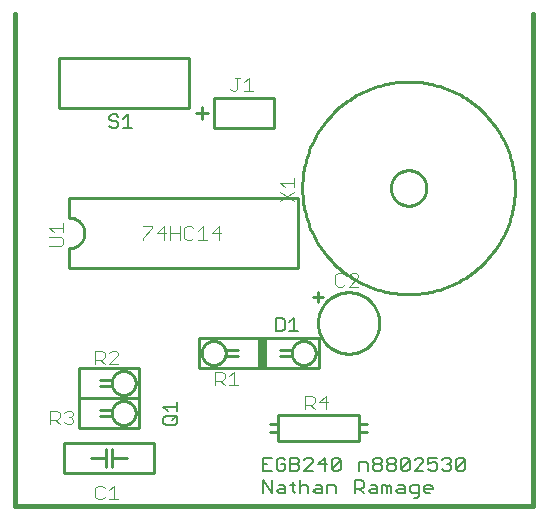
<source format=gto>
G75*
%MOIN*%
%OFA0B0*%
%FSLAX25Y25*%
%IPPOS*%
%LPD*%
%AMOC8*
5,1,8,0,0,1.08239X$1,22.5*
%
%ADD10C,0.00600*%
%ADD11C,0.01600*%
%ADD12C,0.01000*%
%ADD13C,0.00400*%
%ADD14C,0.00500*%
D10*
X0091300Y0013150D02*
X0091300Y0017554D01*
X0094236Y0013150D01*
X0094236Y0017554D01*
X0096638Y0016086D02*
X0098106Y0016086D01*
X0098840Y0015352D01*
X0098840Y0013150D01*
X0096638Y0013150D01*
X0095904Y0013884D01*
X0096638Y0014618D01*
X0098840Y0014618D01*
X0100508Y0016086D02*
X0101976Y0016086D01*
X0101242Y0016820D02*
X0101242Y0013884D01*
X0101976Y0013150D01*
X0103577Y0013150D02*
X0103577Y0017554D01*
X0104311Y0016086D02*
X0105779Y0016086D01*
X0106513Y0015352D01*
X0106513Y0013150D01*
X0108181Y0013884D02*
X0108915Y0014618D01*
X0111117Y0014618D01*
X0111117Y0015352D02*
X0111117Y0013150D01*
X0108915Y0013150D01*
X0108181Y0013884D01*
X0108915Y0016086D02*
X0110383Y0016086D01*
X0111117Y0015352D01*
X0112785Y0016086D02*
X0112785Y0013150D01*
X0115721Y0013150D02*
X0115721Y0015352D01*
X0114987Y0016086D01*
X0112785Y0016086D01*
X0111918Y0020650D02*
X0111918Y0025054D01*
X0109716Y0022852D01*
X0112652Y0022852D01*
X0114320Y0021384D02*
X0117255Y0024320D01*
X0117255Y0021384D01*
X0116521Y0020650D01*
X0115054Y0020650D01*
X0114320Y0021384D01*
X0114320Y0024320D01*
X0115054Y0025054D01*
X0116521Y0025054D01*
X0117255Y0024320D01*
X0123527Y0023586D02*
X0123527Y0020650D01*
X0123527Y0023586D02*
X0125729Y0023586D01*
X0126463Y0022852D01*
X0126463Y0020650D01*
X0128131Y0021384D02*
X0128131Y0022118D01*
X0128865Y0022852D01*
X0130333Y0022852D01*
X0131067Y0022118D01*
X0131067Y0021384D01*
X0130333Y0020650D01*
X0128865Y0020650D01*
X0128131Y0021384D01*
X0128865Y0022852D02*
X0128131Y0023586D01*
X0128131Y0024320D01*
X0128865Y0025054D01*
X0130333Y0025054D01*
X0131067Y0024320D01*
X0131067Y0023586D01*
X0130333Y0022852D01*
X0132735Y0022118D02*
X0132735Y0021384D01*
X0133469Y0020650D01*
X0134937Y0020650D01*
X0135671Y0021384D01*
X0135671Y0022118D01*
X0134937Y0022852D01*
X0133469Y0022852D01*
X0132735Y0023586D01*
X0132735Y0024320D01*
X0133469Y0025054D01*
X0134937Y0025054D01*
X0135671Y0024320D01*
X0135671Y0023586D01*
X0134937Y0022852D01*
X0133469Y0022852D02*
X0132735Y0022118D01*
X0137339Y0021384D02*
X0140275Y0024320D01*
X0140275Y0021384D01*
X0139541Y0020650D01*
X0138073Y0020650D01*
X0137339Y0021384D01*
X0137339Y0024320D01*
X0138073Y0025054D01*
X0139541Y0025054D01*
X0140275Y0024320D01*
X0141943Y0024320D02*
X0142677Y0025054D01*
X0144145Y0025054D01*
X0144879Y0024320D01*
X0144879Y0023586D01*
X0141943Y0020650D01*
X0144879Y0020650D01*
X0146547Y0021384D02*
X0147281Y0020650D01*
X0148749Y0020650D01*
X0149483Y0021384D01*
X0149483Y0022852D01*
X0148749Y0023586D01*
X0148015Y0023586D01*
X0146547Y0022852D01*
X0146547Y0025054D01*
X0149483Y0025054D01*
X0151151Y0024320D02*
X0151885Y0025054D01*
X0153353Y0025054D01*
X0154087Y0024320D01*
X0154087Y0023586D01*
X0153353Y0022852D01*
X0154087Y0022118D01*
X0154087Y0021384D01*
X0153353Y0020650D01*
X0151885Y0020650D01*
X0151151Y0021384D01*
X0152619Y0022852D02*
X0153353Y0022852D01*
X0155755Y0021384D02*
X0158691Y0024320D01*
X0158691Y0021384D01*
X0157957Y0020650D01*
X0156489Y0020650D01*
X0155755Y0021384D01*
X0155755Y0024320D01*
X0156489Y0025054D01*
X0157957Y0025054D01*
X0158691Y0024320D01*
X0147948Y0015352D02*
X0147948Y0014618D01*
X0145012Y0014618D01*
X0145012Y0013884D02*
X0145012Y0015352D01*
X0145746Y0016086D01*
X0147214Y0016086D01*
X0147948Y0015352D01*
X0147214Y0013150D02*
X0145746Y0013150D01*
X0145012Y0013884D01*
X0143344Y0013150D02*
X0141142Y0013150D01*
X0140409Y0013884D01*
X0140409Y0015352D01*
X0141142Y0016086D01*
X0143344Y0016086D01*
X0143344Y0012416D01*
X0142610Y0011682D01*
X0141876Y0011682D01*
X0138740Y0013150D02*
X0138740Y0015352D01*
X0138006Y0016086D01*
X0136539Y0016086D01*
X0136539Y0014618D02*
X0138740Y0014618D01*
X0138740Y0013150D02*
X0136539Y0013150D01*
X0135805Y0013884D01*
X0136539Y0014618D01*
X0134137Y0015352D02*
X0134137Y0013150D01*
X0132669Y0013150D02*
X0132669Y0015352D01*
X0133403Y0016086D01*
X0134137Y0015352D01*
X0132669Y0015352D02*
X0131935Y0016086D01*
X0131201Y0016086D01*
X0131201Y0013150D01*
X0129533Y0013150D02*
X0127331Y0013150D01*
X0126597Y0013884D01*
X0127331Y0014618D01*
X0129533Y0014618D01*
X0129533Y0015352D02*
X0129533Y0013150D01*
X0129533Y0015352D02*
X0128799Y0016086D01*
X0127331Y0016086D01*
X0124929Y0016820D02*
X0124929Y0015352D01*
X0124195Y0014618D01*
X0121993Y0014618D01*
X0121993Y0013150D02*
X0121993Y0017554D01*
X0124195Y0017554D01*
X0124929Y0016820D01*
X0123461Y0014618D02*
X0124929Y0013150D01*
X0108048Y0020650D02*
X0105112Y0020650D01*
X0108048Y0023586D01*
X0108048Y0024320D01*
X0107314Y0025054D01*
X0105846Y0025054D01*
X0105112Y0024320D01*
X0103444Y0024320D02*
X0103444Y0023586D01*
X0102710Y0022852D01*
X0100508Y0022852D01*
X0098840Y0022852D02*
X0098840Y0021384D01*
X0098106Y0020650D01*
X0096638Y0020650D01*
X0095904Y0021384D01*
X0095904Y0024320D01*
X0096638Y0025054D01*
X0098106Y0025054D01*
X0098840Y0024320D01*
X0098840Y0022852D02*
X0097372Y0022852D01*
X0100508Y0020650D02*
X0102710Y0020650D01*
X0103444Y0021384D01*
X0103444Y0022118D01*
X0102710Y0022852D01*
X0103444Y0024320D02*
X0102710Y0025054D01*
X0100508Y0025054D01*
X0100508Y0020650D01*
X0104311Y0016086D02*
X0103577Y0015352D01*
X0094236Y0020650D02*
X0091300Y0020650D01*
X0091300Y0025054D01*
X0094236Y0025054D01*
X0092768Y0022852D02*
X0091300Y0022852D01*
D11*
X0008874Y0008874D02*
X0181276Y0008874D01*
X0181276Y0172850D01*
X0008874Y0172850D02*
X0008874Y0008874D01*
D12*
X0024937Y0019937D02*
X0024937Y0029937D01*
X0054937Y0029937D01*
X0054937Y0019937D01*
X0024937Y0019937D01*
X0033937Y0024937D02*
X0038937Y0024937D01*
X0040937Y0024937D02*
X0045937Y0024937D01*
X0040937Y0027937D02*
X0040937Y0021937D01*
X0038937Y0021937D02*
X0038937Y0027937D01*
X0029937Y0034937D02*
X0029937Y0044937D01*
X0049937Y0044937D01*
X0049937Y0034937D01*
X0029937Y0034937D01*
X0036937Y0038937D02*
X0040937Y0038937D01*
X0040937Y0040937D02*
X0036937Y0040937D01*
X0036937Y0048937D02*
X0040937Y0048937D01*
X0040937Y0050937D02*
X0036937Y0050937D01*
X0029937Y0054937D02*
X0029937Y0044937D01*
X0049937Y0044937D01*
X0049937Y0054937D01*
X0029937Y0054937D01*
X0040937Y0049937D02*
X0040939Y0050063D01*
X0040945Y0050189D01*
X0040955Y0050315D01*
X0040969Y0050441D01*
X0040987Y0050566D01*
X0041009Y0050690D01*
X0041034Y0050814D01*
X0041064Y0050937D01*
X0041097Y0051058D01*
X0041135Y0051179D01*
X0041176Y0051298D01*
X0041221Y0051417D01*
X0041269Y0051533D01*
X0041321Y0051648D01*
X0041377Y0051761D01*
X0041437Y0051873D01*
X0041500Y0051982D01*
X0041566Y0052090D01*
X0041635Y0052195D01*
X0041708Y0052298D01*
X0041785Y0052399D01*
X0041864Y0052497D01*
X0041946Y0052593D01*
X0042032Y0052686D01*
X0042120Y0052777D01*
X0042211Y0052864D01*
X0042305Y0052949D01*
X0042401Y0053030D01*
X0042500Y0053109D01*
X0042601Y0053184D01*
X0042705Y0053256D01*
X0042811Y0053325D01*
X0042919Y0053391D01*
X0043029Y0053453D01*
X0043141Y0053511D01*
X0043254Y0053566D01*
X0043370Y0053617D01*
X0043487Y0053665D01*
X0043605Y0053709D01*
X0043725Y0053749D01*
X0043846Y0053785D01*
X0043968Y0053818D01*
X0044091Y0053847D01*
X0044215Y0053871D01*
X0044339Y0053892D01*
X0044464Y0053909D01*
X0044590Y0053922D01*
X0044716Y0053931D01*
X0044842Y0053936D01*
X0044969Y0053937D01*
X0045095Y0053934D01*
X0045221Y0053927D01*
X0045347Y0053916D01*
X0045472Y0053901D01*
X0045597Y0053882D01*
X0045721Y0053859D01*
X0045845Y0053833D01*
X0045967Y0053802D01*
X0046089Y0053768D01*
X0046209Y0053729D01*
X0046328Y0053687D01*
X0046446Y0053642D01*
X0046562Y0053592D01*
X0046677Y0053539D01*
X0046789Y0053482D01*
X0046900Y0053422D01*
X0047009Y0053358D01*
X0047116Y0053291D01*
X0047221Y0053221D01*
X0047324Y0053147D01*
X0047424Y0053070D01*
X0047522Y0052990D01*
X0047617Y0052907D01*
X0047709Y0052821D01*
X0047799Y0052732D01*
X0047886Y0052640D01*
X0047969Y0052546D01*
X0048050Y0052449D01*
X0048128Y0052349D01*
X0048203Y0052247D01*
X0048274Y0052143D01*
X0048342Y0052036D01*
X0048406Y0051928D01*
X0048467Y0051817D01*
X0048525Y0051705D01*
X0048579Y0051591D01*
X0048629Y0051475D01*
X0048676Y0051358D01*
X0048719Y0051239D01*
X0048758Y0051119D01*
X0048794Y0050998D01*
X0048825Y0050875D01*
X0048853Y0050752D01*
X0048877Y0050628D01*
X0048897Y0050503D01*
X0048913Y0050378D01*
X0048925Y0050252D01*
X0048933Y0050126D01*
X0048937Y0050000D01*
X0048937Y0049874D01*
X0048933Y0049748D01*
X0048925Y0049622D01*
X0048913Y0049496D01*
X0048897Y0049371D01*
X0048877Y0049246D01*
X0048853Y0049122D01*
X0048825Y0048999D01*
X0048794Y0048876D01*
X0048758Y0048755D01*
X0048719Y0048635D01*
X0048676Y0048516D01*
X0048629Y0048399D01*
X0048579Y0048283D01*
X0048525Y0048169D01*
X0048467Y0048057D01*
X0048406Y0047946D01*
X0048342Y0047838D01*
X0048274Y0047731D01*
X0048203Y0047627D01*
X0048128Y0047525D01*
X0048050Y0047425D01*
X0047969Y0047328D01*
X0047886Y0047234D01*
X0047799Y0047142D01*
X0047709Y0047053D01*
X0047617Y0046967D01*
X0047522Y0046884D01*
X0047424Y0046804D01*
X0047324Y0046727D01*
X0047221Y0046653D01*
X0047116Y0046583D01*
X0047009Y0046516D01*
X0046900Y0046452D01*
X0046789Y0046392D01*
X0046677Y0046335D01*
X0046562Y0046282D01*
X0046446Y0046232D01*
X0046328Y0046187D01*
X0046209Y0046145D01*
X0046089Y0046106D01*
X0045967Y0046072D01*
X0045845Y0046041D01*
X0045721Y0046015D01*
X0045597Y0045992D01*
X0045472Y0045973D01*
X0045347Y0045958D01*
X0045221Y0045947D01*
X0045095Y0045940D01*
X0044969Y0045937D01*
X0044842Y0045938D01*
X0044716Y0045943D01*
X0044590Y0045952D01*
X0044464Y0045965D01*
X0044339Y0045982D01*
X0044215Y0046003D01*
X0044091Y0046027D01*
X0043968Y0046056D01*
X0043846Y0046089D01*
X0043725Y0046125D01*
X0043605Y0046165D01*
X0043487Y0046209D01*
X0043370Y0046257D01*
X0043254Y0046308D01*
X0043141Y0046363D01*
X0043029Y0046421D01*
X0042919Y0046483D01*
X0042811Y0046549D01*
X0042705Y0046618D01*
X0042601Y0046690D01*
X0042500Y0046765D01*
X0042401Y0046844D01*
X0042305Y0046925D01*
X0042211Y0047010D01*
X0042120Y0047097D01*
X0042032Y0047188D01*
X0041946Y0047281D01*
X0041864Y0047377D01*
X0041785Y0047475D01*
X0041708Y0047576D01*
X0041635Y0047679D01*
X0041566Y0047784D01*
X0041500Y0047892D01*
X0041437Y0048001D01*
X0041377Y0048113D01*
X0041321Y0048226D01*
X0041269Y0048341D01*
X0041221Y0048457D01*
X0041176Y0048576D01*
X0041135Y0048695D01*
X0041097Y0048816D01*
X0041064Y0048937D01*
X0041034Y0049060D01*
X0041009Y0049184D01*
X0040987Y0049308D01*
X0040969Y0049433D01*
X0040955Y0049559D01*
X0040945Y0049685D01*
X0040939Y0049811D01*
X0040937Y0049937D01*
X0040937Y0039937D02*
X0040939Y0040063D01*
X0040945Y0040189D01*
X0040955Y0040315D01*
X0040969Y0040441D01*
X0040987Y0040566D01*
X0041009Y0040690D01*
X0041034Y0040814D01*
X0041064Y0040937D01*
X0041097Y0041058D01*
X0041135Y0041179D01*
X0041176Y0041298D01*
X0041221Y0041417D01*
X0041269Y0041533D01*
X0041321Y0041648D01*
X0041377Y0041761D01*
X0041437Y0041873D01*
X0041500Y0041982D01*
X0041566Y0042090D01*
X0041635Y0042195D01*
X0041708Y0042298D01*
X0041785Y0042399D01*
X0041864Y0042497D01*
X0041946Y0042593D01*
X0042032Y0042686D01*
X0042120Y0042777D01*
X0042211Y0042864D01*
X0042305Y0042949D01*
X0042401Y0043030D01*
X0042500Y0043109D01*
X0042601Y0043184D01*
X0042705Y0043256D01*
X0042811Y0043325D01*
X0042919Y0043391D01*
X0043029Y0043453D01*
X0043141Y0043511D01*
X0043254Y0043566D01*
X0043370Y0043617D01*
X0043487Y0043665D01*
X0043605Y0043709D01*
X0043725Y0043749D01*
X0043846Y0043785D01*
X0043968Y0043818D01*
X0044091Y0043847D01*
X0044215Y0043871D01*
X0044339Y0043892D01*
X0044464Y0043909D01*
X0044590Y0043922D01*
X0044716Y0043931D01*
X0044842Y0043936D01*
X0044969Y0043937D01*
X0045095Y0043934D01*
X0045221Y0043927D01*
X0045347Y0043916D01*
X0045472Y0043901D01*
X0045597Y0043882D01*
X0045721Y0043859D01*
X0045845Y0043833D01*
X0045967Y0043802D01*
X0046089Y0043768D01*
X0046209Y0043729D01*
X0046328Y0043687D01*
X0046446Y0043642D01*
X0046562Y0043592D01*
X0046677Y0043539D01*
X0046789Y0043482D01*
X0046900Y0043422D01*
X0047009Y0043358D01*
X0047116Y0043291D01*
X0047221Y0043221D01*
X0047324Y0043147D01*
X0047424Y0043070D01*
X0047522Y0042990D01*
X0047617Y0042907D01*
X0047709Y0042821D01*
X0047799Y0042732D01*
X0047886Y0042640D01*
X0047969Y0042546D01*
X0048050Y0042449D01*
X0048128Y0042349D01*
X0048203Y0042247D01*
X0048274Y0042143D01*
X0048342Y0042036D01*
X0048406Y0041928D01*
X0048467Y0041817D01*
X0048525Y0041705D01*
X0048579Y0041591D01*
X0048629Y0041475D01*
X0048676Y0041358D01*
X0048719Y0041239D01*
X0048758Y0041119D01*
X0048794Y0040998D01*
X0048825Y0040875D01*
X0048853Y0040752D01*
X0048877Y0040628D01*
X0048897Y0040503D01*
X0048913Y0040378D01*
X0048925Y0040252D01*
X0048933Y0040126D01*
X0048937Y0040000D01*
X0048937Y0039874D01*
X0048933Y0039748D01*
X0048925Y0039622D01*
X0048913Y0039496D01*
X0048897Y0039371D01*
X0048877Y0039246D01*
X0048853Y0039122D01*
X0048825Y0038999D01*
X0048794Y0038876D01*
X0048758Y0038755D01*
X0048719Y0038635D01*
X0048676Y0038516D01*
X0048629Y0038399D01*
X0048579Y0038283D01*
X0048525Y0038169D01*
X0048467Y0038057D01*
X0048406Y0037946D01*
X0048342Y0037838D01*
X0048274Y0037731D01*
X0048203Y0037627D01*
X0048128Y0037525D01*
X0048050Y0037425D01*
X0047969Y0037328D01*
X0047886Y0037234D01*
X0047799Y0037142D01*
X0047709Y0037053D01*
X0047617Y0036967D01*
X0047522Y0036884D01*
X0047424Y0036804D01*
X0047324Y0036727D01*
X0047221Y0036653D01*
X0047116Y0036583D01*
X0047009Y0036516D01*
X0046900Y0036452D01*
X0046789Y0036392D01*
X0046677Y0036335D01*
X0046562Y0036282D01*
X0046446Y0036232D01*
X0046328Y0036187D01*
X0046209Y0036145D01*
X0046089Y0036106D01*
X0045967Y0036072D01*
X0045845Y0036041D01*
X0045721Y0036015D01*
X0045597Y0035992D01*
X0045472Y0035973D01*
X0045347Y0035958D01*
X0045221Y0035947D01*
X0045095Y0035940D01*
X0044969Y0035937D01*
X0044842Y0035938D01*
X0044716Y0035943D01*
X0044590Y0035952D01*
X0044464Y0035965D01*
X0044339Y0035982D01*
X0044215Y0036003D01*
X0044091Y0036027D01*
X0043968Y0036056D01*
X0043846Y0036089D01*
X0043725Y0036125D01*
X0043605Y0036165D01*
X0043487Y0036209D01*
X0043370Y0036257D01*
X0043254Y0036308D01*
X0043141Y0036363D01*
X0043029Y0036421D01*
X0042919Y0036483D01*
X0042811Y0036549D01*
X0042705Y0036618D01*
X0042601Y0036690D01*
X0042500Y0036765D01*
X0042401Y0036844D01*
X0042305Y0036925D01*
X0042211Y0037010D01*
X0042120Y0037097D01*
X0042032Y0037188D01*
X0041946Y0037281D01*
X0041864Y0037377D01*
X0041785Y0037475D01*
X0041708Y0037576D01*
X0041635Y0037679D01*
X0041566Y0037784D01*
X0041500Y0037892D01*
X0041437Y0038001D01*
X0041377Y0038113D01*
X0041321Y0038226D01*
X0041269Y0038341D01*
X0041221Y0038457D01*
X0041176Y0038576D01*
X0041135Y0038695D01*
X0041097Y0038816D01*
X0041064Y0038937D01*
X0041034Y0039060D01*
X0041009Y0039184D01*
X0040987Y0039308D01*
X0040969Y0039433D01*
X0040955Y0039559D01*
X0040945Y0039685D01*
X0040939Y0039811D01*
X0040937Y0039937D01*
X0069937Y0054937D02*
X0069937Y0064937D01*
X0089937Y0064937D01*
X0089937Y0054937D01*
X0090937Y0054937D01*
X0090937Y0064937D01*
X0089937Y0064937D01*
X0089937Y0054937D01*
X0069937Y0054937D01*
X0070937Y0059937D02*
X0070939Y0060063D01*
X0070945Y0060189D01*
X0070955Y0060315D01*
X0070969Y0060441D01*
X0070987Y0060566D01*
X0071009Y0060690D01*
X0071034Y0060814D01*
X0071064Y0060937D01*
X0071097Y0061058D01*
X0071135Y0061179D01*
X0071176Y0061298D01*
X0071221Y0061417D01*
X0071269Y0061533D01*
X0071321Y0061648D01*
X0071377Y0061761D01*
X0071437Y0061873D01*
X0071500Y0061982D01*
X0071566Y0062090D01*
X0071635Y0062195D01*
X0071708Y0062298D01*
X0071785Y0062399D01*
X0071864Y0062497D01*
X0071946Y0062593D01*
X0072032Y0062686D01*
X0072120Y0062777D01*
X0072211Y0062864D01*
X0072305Y0062949D01*
X0072401Y0063030D01*
X0072500Y0063109D01*
X0072601Y0063184D01*
X0072705Y0063256D01*
X0072811Y0063325D01*
X0072919Y0063391D01*
X0073029Y0063453D01*
X0073141Y0063511D01*
X0073254Y0063566D01*
X0073370Y0063617D01*
X0073487Y0063665D01*
X0073605Y0063709D01*
X0073725Y0063749D01*
X0073846Y0063785D01*
X0073968Y0063818D01*
X0074091Y0063847D01*
X0074215Y0063871D01*
X0074339Y0063892D01*
X0074464Y0063909D01*
X0074590Y0063922D01*
X0074716Y0063931D01*
X0074842Y0063936D01*
X0074969Y0063937D01*
X0075095Y0063934D01*
X0075221Y0063927D01*
X0075347Y0063916D01*
X0075472Y0063901D01*
X0075597Y0063882D01*
X0075721Y0063859D01*
X0075845Y0063833D01*
X0075967Y0063802D01*
X0076089Y0063768D01*
X0076209Y0063729D01*
X0076328Y0063687D01*
X0076446Y0063642D01*
X0076562Y0063592D01*
X0076677Y0063539D01*
X0076789Y0063482D01*
X0076900Y0063422D01*
X0077009Y0063358D01*
X0077116Y0063291D01*
X0077221Y0063221D01*
X0077324Y0063147D01*
X0077424Y0063070D01*
X0077522Y0062990D01*
X0077617Y0062907D01*
X0077709Y0062821D01*
X0077799Y0062732D01*
X0077886Y0062640D01*
X0077969Y0062546D01*
X0078050Y0062449D01*
X0078128Y0062349D01*
X0078203Y0062247D01*
X0078274Y0062143D01*
X0078342Y0062036D01*
X0078406Y0061928D01*
X0078467Y0061817D01*
X0078525Y0061705D01*
X0078579Y0061591D01*
X0078629Y0061475D01*
X0078676Y0061358D01*
X0078719Y0061239D01*
X0078758Y0061119D01*
X0078794Y0060998D01*
X0078825Y0060875D01*
X0078853Y0060752D01*
X0078877Y0060628D01*
X0078897Y0060503D01*
X0078913Y0060378D01*
X0078925Y0060252D01*
X0078933Y0060126D01*
X0078937Y0060000D01*
X0078937Y0059874D01*
X0078933Y0059748D01*
X0078925Y0059622D01*
X0078913Y0059496D01*
X0078897Y0059371D01*
X0078877Y0059246D01*
X0078853Y0059122D01*
X0078825Y0058999D01*
X0078794Y0058876D01*
X0078758Y0058755D01*
X0078719Y0058635D01*
X0078676Y0058516D01*
X0078629Y0058399D01*
X0078579Y0058283D01*
X0078525Y0058169D01*
X0078467Y0058057D01*
X0078406Y0057946D01*
X0078342Y0057838D01*
X0078274Y0057731D01*
X0078203Y0057627D01*
X0078128Y0057525D01*
X0078050Y0057425D01*
X0077969Y0057328D01*
X0077886Y0057234D01*
X0077799Y0057142D01*
X0077709Y0057053D01*
X0077617Y0056967D01*
X0077522Y0056884D01*
X0077424Y0056804D01*
X0077324Y0056727D01*
X0077221Y0056653D01*
X0077116Y0056583D01*
X0077009Y0056516D01*
X0076900Y0056452D01*
X0076789Y0056392D01*
X0076677Y0056335D01*
X0076562Y0056282D01*
X0076446Y0056232D01*
X0076328Y0056187D01*
X0076209Y0056145D01*
X0076089Y0056106D01*
X0075967Y0056072D01*
X0075845Y0056041D01*
X0075721Y0056015D01*
X0075597Y0055992D01*
X0075472Y0055973D01*
X0075347Y0055958D01*
X0075221Y0055947D01*
X0075095Y0055940D01*
X0074969Y0055937D01*
X0074842Y0055938D01*
X0074716Y0055943D01*
X0074590Y0055952D01*
X0074464Y0055965D01*
X0074339Y0055982D01*
X0074215Y0056003D01*
X0074091Y0056027D01*
X0073968Y0056056D01*
X0073846Y0056089D01*
X0073725Y0056125D01*
X0073605Y0056165D01*
X0073487Y0056209D01*
X0073370Y0056257D01*
X0073254Y0056308D01*
X0073141Y0056363D01*
X0073029Y0056421D01*
X0072919Y0056483D01*
X0072811Y0056549D01*
X0072705Y0056618D01*
X0072601Y0056690D01*
X0072500Y0056765D01*
X0072401Y0056844D01*
X0072305Y0056925D01*
X0072211Y0057010D01*
X0072120Y0057097D01*
X0072032Y0057188D01*
X0071946Y0057281D01*
X0071864Y0057377D01*
X0071785Y0057475D01*
X0071708Y0057576D01*
X0071635Y0057679D01*
X0071566Y0057784D01*
X0071500Y0057892D01*
X0071437Y0058001D01*
X0071377Y0058113D01*
X0071321Y0058226D01*
X0071269Y0058341D01*
X0071221Y0058457D01*
X0071176Y0058576D01*
X0071135Y0058695D01*
X0071097Y0058816D01*
X0071064Y0058937D01*
X0071034Y0059060D01*
X0071009Y0059184D01*
X0070987Y0059308D01*
X0070969Y0059433D01*
X0070955Y0059559D01*
X0070945Y0059685D01*
X0070939Y0059811D01*
X0070937Y0059937D01*
X0078937Y0058937D02*
X0082937Y0058937D01*
X0082937Y0060937D02*
X0078937Y0060937D01*
X0090937Y0064937D02*
X0091937Y0064937D01*
X0091937Y0054937D01*
X0090937Y0054937D01*
X0091937Y0054937D02*
X0109937Y0054937D01*
X0109937Y0064937D01*
X0091937Y0064937D01*
X0096937Y0060937D02*
X0100937Y0060937D01*
X0100937Y0058937D02*
X0096937Y0058937D01*
X0100937Y0059937D02*
X0100939Y0060063D01*
X0100945Y0060189D01*
X0100955Y0060315D01*
X0100969Y0060441D01*
X0100987Y0060566D01*
X0101009Y0060690D01*
X0101034Y0060814D01*
X0101064Y0060937D01*
X0101097Y0061058D01*
X0101135Y0061179D01*
X0101176Y0061298D01*
X0101221Y0061417D01*
X0101269Y0061533D01*
X0101321Y0061648D01*
X0101377Y0061761D01*
X0101437Y0061873D01*
X0101500Y0061982D01*
X0101566Y0062090D01*
X0101635Y0062195D01*
X0101708Y0062298D01*
X0101785Y0062399D01*
X0101864Y0062497D01*
X0101946Y0062593D01*
X0102032Y0062686D01*
X0102120Y0062777D01*
X0102211Y0062864D01*
X0102305Y0062949D01*
X0102401Y0063030D01*
X0102500Y0063109D01*
X0102601Y0063184D01*
X0102705Y0063256D01*
X0102811Y0063325D01*
X0102919Y0063391D01*
X0103029Y0063453D01*
X0103141Y0063511D01*
X0103254Y0063566D01*
X0103370Y0063617D01*
X0103487Y0063665D01*
X0103605Y0063709D01*
X0103725Y0063749D01*
X0103846Y0063785D01*
X0103968Y0063818D01*
X0104091Y0063847D01*
X0104215Y0063871D01*
X0104339Y0063892D01*
X0104464Y0063909D01*
X0104590Y0063922D01*
X0104716Y0063931D01*
X0104842Y0063936D01*
X0104969Y0063937D01*
X0105095Y0063934D01*
X0105221Y0063927D01*
X0105347Y0063916D01*
X0105472Y0063901D01*
X0105597Y0063882D01*
X0105721Y0063859D01*
X0105845Y0063833D01*
X0105967Y0063802D01*
X0106089Y0063768D01*
X0106209Y0063729D01*
X0106328Y0063687D01*
X0106446Y0063642D01*
X0106562Y0063592D01*
X0106677Y0063539D01*
X0106789Y0063482D01*
X0106900Y0063422D01*
X0107009Y0063358D01*
X0107116Y0063291D01*
X0107221Y0063221D01*
X0107324Y0063147D01*
X0107424Y0063070D01*
X0107522Y0062990D01*
X0107617Y0062907D01*
X0107709Y0062821D01*
X0107799Y0062732D01*
X0107886Y0062640D01*
X0107969Y0062546D01*
X0108050Y0062449D01*
X0108128Y0062349D01*
X0108203Y0062247D01*
X0108274Y0062143D01*
X0108342Y0062036D01*
X0108406Y0061928D01*
X0108467Y0061817D01*
X0108525Y0061705D01*
X0108579Y0061591D01*
X0108629Y0061475D01*
X0108676Y0061358D01*
X0108719Y0061239D01*
X0108758Y0061119D01*
X0108794Y0060998D01*
X0108825Y0060875D01*
X0108853Y0060752D01*
X0108877Y0060628D01*
X0108897Y0060503D01*
X0108913Y0060378D01*
X0108925Y0060252D01*
X0108933Y0060126D01*
X0108937Y0060000D01*
X0108937Y0059874D01*
X0108933Y0059748D01*
X0108925Y0059622D01*
X0108913Y0059496D01*
X0108897Y0059371D01*
X0108877Y0059246D01*
X0108853Y0059122D01*
X0108825Y0058999D01*
X0108794Y0058876D01*
X0108758Y0058755D01*
X0108719Y0058635D01*
X0108676Y0058516D01*
X0108629Y0058399D01*
X0108579Y0058283D01*
X0108525Y0058169D01*
X0108467Y0058057D01*
X0108406Y0057946D01*
X0108342Y0057838D01*
X0108274Y0057731D01*
X0108203Y0057627D01*
X0108128Y0057525D01*
X0108050Y0057425D01*
X0107969Y0057328D01*
X0107886Y0057234D01*
X0107799Y0057142D01*
X0107709Y0057053D01*
X0107617Y0056967D01*
X0107522Y0056884D01*
X0107424Y0056804D01*
X0107324Y0056727D01*
X0107221Y0056653D01*
X0107116Y0056583D01*
X0107009Y0056516D01*
X0106900Y0056452D01*
X0106789Y0056392D01*
X0106677Y0056335D01*
X0106562Y0056282D01*
X0106446Y0056232D01*
X0106328Y0056187D01*
X0106209Y0056145D01*
X0106089Y0056106D01*
X0105967Y0056072D01*
X0105845Y0056041D01*
X0105721Y0056015D01*
X0105597Y0055992D01*
X0105472Y0055973D01*
X0105347Y0055958D01*
X0105221Y0055947D01*
X0105095Y0055940D01*
X0104969Y0055937D01*
X0104842Y0055938D01*
X0104716Y0055943D01*
X0104590Y0055952D01*
X0104464Y0055965D01*
X0104339Y0055982D01*
X0104215Y0056003D01*
X0104091Y0056027D01*
X0103968Y0056056D01*
X0103846Y0056089D01*
X0103725Y0056125D01*
X0103605Y0056165D01*
X0103487Y0056209D01*
X0103370Y0056257D01*
X0103254Y0056308D01*
X0103141Y0056363D01*
X0103029Y0056421D01*
X0102919Y0056483D01*
X0102811Y0056549D01*
X0102705Y0056618D01*
X0102601Y0056690D01*
X0102500Y0056765D01*
X0102401Y0056844D01*
X0102305Y0056925D01*
X0102211Y0057010D01*
X0102120Y0057097D01*
X0102032Y0057188D01*
X0101946Y0057281D01*
X0101864Y0057377D01*
X0101785Y0057475D01*
X0101708Y0057576D01*
X0101635Y0057679D01*
X0101566Y0057784D01*
X0101500Y0057892D01*
X0101437Y0058001D01*
X0101377Y0058113D01*
X0101321Y0058226D01*
X0101269Y0058341D01*
X0101221Y0058457D01*
X0101176Y0058576D01*
X0101135Y0058695D01*
X0101097Y0058816D01*
X0101064Y0058937D01*
X0101034Y0059060D01*
X0101009Y0059184D01*
X0100987Y0059308D01*
X0100969Y0059433D01*
X0100955Y0059559D01*
X0100945Y0059685D01*
X0100939Y0059811D01*
X0100937Y0059937D01*
X0109701Y0077024D02*
X0109701Y0080173D01*
X0108126Y0078598D02*
X0111276Y0078598D01*
X0109701Y0069937D02*
X0109704Y0070188D01*
X0109713Y0070439D01*
X0109729Y0070690D01*
X0109750Y0070940D01*
X0109778Y0071190D01*
X0109812Y0071439D01*
X0109852Y0071687D01*
X0109898Y0071934D01*
X0109950Y0072180D01*
X0110008Y0072424D01*
X0110072Y0072667D01*
X0110142Y0072908D01*
X0110218Y0073148D01*
X0110299Y0073385D01*
X0110387Y0073621D01*
X0110480Y0073854D01*
X0110579Y0074085D01*
X0110684Y0074313D01*
X0110794Y0074539D01*
X0110910Y0074762D01*
X0111031Y0074982D01*
X0111157Y0075199D01*
X0111289Y0075413D01*
X0111426Y0075624D01*
X0111568Y0075831D01*
X0111715Y0076035D01*
X0111867Y0076235D01*
X0112024Y0076431D01*
X0112186Y0076623D01*
X0112353Y0076811D01*
X0112524Y0076995D01*
X0112699Y0077175D01*
X0112879Y0077350D01*
X0113063Y0077521D01*
X0113251Y0077688D01*
X0113443Y0077850D01*
X0113639Y0078007D01*
X0113839Y0078159D01*
X0114043Y0078306D01*
X0114250Y0078448D01*
X0114461Y0078585D01*
X0114675Y0078717D01*
X0114892Y0078843D01*
X0115112Y0078964D01*
X0115335Y0079080D01*
X0115561Y0079190D01*
X0115789Y0079295D01*
X0116020Y0079394D01*
X0116253Y0079487D01*
X0116489Y0079575D01*
X0116726Y0079656D01*
X0116966Y0079732D01*
X0117207Y0079802D01*
X0117450Y0079866D01*
X0117694Y0079924D01*
X0117940Y0079976D01*
X0118187Y0080022D01*
X0118435Y0080062D01*
X0118684Y0080096D01*
X0118934Y0080124D01*
X0119184Y0080145D01*
X0119435Y0080161D01*
X0119686Y0080170D01*
X0119937Y0080173D01*
X0120188Y0080170D01*
X0120439Y0080161D01*
X0120690Y0080145D01*
X0120940Y0080124D01*
X0121190Y0080096D01*
X0121439Y0080062D01*
X0121687Y0080022D01*
X0121934Y0079976D01*
X0122180Y0079924D01*
X0122424Y0079866D01*
X0122667Y0079802D01*
X0122908Y0079732D01*
X0123148Y0079656D01*
X0123385Y0079575D01*
X0123621Y0079487D01*
X0123854Y0079394D01*
X0124085Y0079295D01*
X0124313Y0079190D01*
X0124539Y0079080D01*
X0124762Y0078964D01*
X0124982Y0078843D01*
X0125199Y0078717D01*
X0125413Y0078585D01*
X0125624Y0078448D01*
X0125831Y0078306D01*
X0126035Y0078159D01*
X0126235Y0078007D01*
X0126431Y0077850D01*
X0126623Y0077688D01*
X0126811Y0077521D01*
X0126995Y0077350D01*
X0127175Y0077175D01*
X0127350Y0076995D01*
X0127521Y0076811D01*
X0127688Y0076623D01*
X0127850Y0076431D01*
X0128007Y0076235D01*
X0128159Y0076035D01*
X0128306Y0075831D01*
X0128448Y0075624D01*
X0128585Y0075413D01*
X0128717Y0075199D01*
X0128843Y0074982D01*
X0128964Y0074762D01*
X0129080Y0074539D01*
X0129190Y0074313D01*
X0129295Y0074085D01*
X0129394Y0073854D01*
X0129487Y0073621D01*
X0129575Y0073385D01*
X0129656Y0073148D01*
X0129732Y0072908D01*
X0129802Y0072667D01*
X0129866Y0072424D01*
X0129924Y0072180D01*
X0129976Y0071934D01*
X0130022Y0071687D01*
X0130062Y0071439D01*
X0130096Y0071190D01*
X0130124Y0070940D01*
X0130145Y0070690D01*
X0130161Y0070439D01*
X0130170Y0070188D01*
X0130173Y0069937D01*
X0130170Y0069686D01*
X0130161Y0069435D01*
X0130145Y0069184D01*
X0130124Y0068934D01*
X0130096Y0068684D01*
X0130062Y0068435D01*
X0130022Y0068187D01*
X0129976Y0067940D01*
X0129924Y0067694D01*
X0129866Y0067450D01*
X0129802Y0067207D01*
X0129732Y0066966D01*
X0129656Y0066726D01*
X0129575Y0066489D01*
X0129487Y0066253D01*
X0129394Y0066020D01*
X0129295Y0065789D01*
X0129190Y0065561D01*
X0129080Y0065335D01*
X0128964Y0065112D01*
X0128843Y0064892D01*
X0128717Y0064675D01*
X0128585Y0064461D01*
X0128448Y0064250D01*
X0128306Y0064043D01*
X0128159Y0063839D01*
X0128007Y0063639D01*
X0127850Y0063443D01*
X0127688Y0063251D01*
X0127521Y0063063D01*
X0127350Y0062879D01*
X0127175Y0062699D01*
X0126995Y0062524D01*
X0126811Y0062353D01*
X0126623Y0062186D01*
X0126431Y0062024D01*
X0126235Y0061867D01*
X0126035Y0061715D01*
X0125831Y0061568D01*
X0125624Y0061426D01*
X0125413Y0061289D01*
X0125199Y0061157D01*
X0124982Y0061031D01*
X0124762Y0060910D01*
X0124539Y0060794D01*
X0124313Y0060684D01*
X0124085Y0060579D01*
X0123854Y0060480D01*
X0123621Y0060387D01*
X0123385Y0060299D01*
X0123148Y0060218D01*
X0122908Y0060142D01*
X0122667Y0060072D01*
X0122424Y0060008D01*
X0122180Y0059950D01*
X0121934Y0059898D01*
X0121687Y0059852D01*
X0121439Y0059812D01*
X0121190Y0059778D01*
X0120940Y0059750D01*
X0120690Y0059729D01*
X0120439Y0059713D01*
X0120188Y0059704D01*
X0119937Y0059701D01*
X0119686Y0059704D01*
X0119435Y0059713D01*
X0119184Y0059729D01*
X0118934Y0059750D01*
X0118684Y0059778D01*
X0118435Y0059812D01*
X0118187Y0059852D01*
X0117940Y0059898D01*
X0117694Y0059950D01*
X0117450Y0060008D01*
X0117207Y0060072D01*
X0116966Y0060142D01*
X0116726Y0060218D01*
X0116489Y0060299D01*
X0116253Y0060387D01*
X0116020Y0060480D01*
X0115789Y0060579D01*
X0115561Y0060684D01*
X0115335Y0060794D01*
X0115112Y0060910D01*
X0114892Y0061031D01*
X0114675Y0061157D01*
X0114461Y0061289D01*
X0114250Y0061426D01*
X0114043Y0061568D01*
X0113839Y0061715D01*
X0113639Y0061867D01*
X0113443Y0062024D01*
X0113251Y0062186D01*
X0113063Y0062353D01*
X0112879Y0062524D01*
X0112699Y0062699D01*
X0112524Y0062879D01*
X0112353Y0063063D01*
X0112186Y0063251D01*
X0112024Y0063443D01*
X0111867Y0063639D01*
X0111715Y0063839D01*
X0111568Y0064043D01*
X0111426Y0064250D01*
X0111289Y0064461D01*
X0111157Y0064675D01*
X0111031Y0064892D01*
X0110910Y0065112D01*
X0110794Y0065335D01*
X0110684Y0065561D01*
X0110579Y0065789D01*
X0110480Y0066020D01*
X0110387Y0066253D01*
X0110299Y0066489D01*
X0110218Y0066726D01*
X0110142Y0066966D01*
X0110072Y0067207D01*
X0110008Y0067450D01*
X0109950Y0067694D01*
X0109898Y0067940D01*
X0109852Y0068187D01*
X0109812Y0068435D01*
X0109778Y0068684D01*
X0109750Y0068934D01*
X0109729Y0069184D01*
X0109713Y0069435D01*
X0109704Y0069686D01*
X0109701Y0069937D01*
X0103126Y0088126D02*
X0103126Y0111748D01*
X0026748Y0111748D01*
X0026748Y0105055D01*
X0026890Y0105053D01*
X0027032Y0105047D01*
X0027174Y0105037D01*
X0027316Y0105023D01*
X0027457Y0105006D01*
X0027598Y0104984D01*
X0027738Y0104958D01*
X0027877Y0104929D01*
X0028015Y0104896D01*
X0028153Y0104858D01*
X0028289Y0104818D01*
X0028424Y0104773D01*
X0028558Y0104724D01*
X0028690Y0104672D01*
X0028821Y0104616D01*
X0028950Y0104557D01*
X0029078Y0104494D01*
X0029204Y0104427D01*
X0029328Y0104357D01*
X0029449Y0104284D01*
X0029569Y0104207D01*
X0029687Y0104127D01*
X0029802Y0104044D01*
X0029915Y0103957D01*
X0030026Y0103868D01*
X0030134Y0103775D01*
X0030239Y0103680D01*
X0030342Y0103581D01*
X0030442Y0103480D01*
X0030539Y0103376D01*
X0030633Y0103269D01*
X0030724Y0103160D01*
X0030812Y0103048D01*
X0030897Y0102934D01*
X0030979Y0102817D01*
X0031057Y0102699D01*
X0031132Y0102578D01*
X0031204Y0102455D01*
X0031272Y0102330D01*
X0031337Y0102203D01*
X0031398Y0102075D01*
X0031456Y0101945D01*
X0031510Y0101813D01*
X0031560Y0101680D01*
X0031607Y0101546D01*
X0031649Y0101410D01*
X0031689Y0101273D01*
X0031724Y0101135D01*
X0031755Y0100996D01*
X0031783Y0100857D01*
X0031806Y0100717D01*
X0031826Y0100576D01*
X0031842Y0100434D01*
X0031854Y0100292D01*
X0031862Y0100150D01*
X0031866Y0100008D01*
X0031866Y0099866D01*
X0031862Y0099724D01*
X0031854Y0099582D01*
X0031842Y0099440D01*
X0031826Y0099298D01*
X0031806Y0099157D01*
X0031783Y0099017D01*
X0031755Y0098878D01*
X0031724Y0098739D01*
X0031689Y0098601D01*
X0031649Y0098464D01*
X0031607Y0098328D01*
X0031560Y0098194D01*
X0031510Y0098061D01*
X0031456Y0097929D01*
X0031398Y0097799D01*
X0031337Y0097671D01*
X0031272Y0097544D01*
X0031204Y0097419D01*
X0031132Y0097296D01*
X0031057Y0097175D01*
X0030979Y0097057D01*
X0030897Y0096940D01*
X0030812Y0096826D01*
X0030724Y0096714D01*
X0030633Y0096605D01*
X0030539Y0096498D01*
X0030442Y0096394D01*
X0030342Y0096293D01*
X0030239Y0096194D01*
X0030134Y0096099D01*
X0030026Y0096006D01*
X0029915Y0095917D01*
X0029802Y0095830D01*
X0029687Y0095747D01*
X0029569Y0095667D01*
X0029449Y0095590D01*
X0029328Y0095517D01*
X0029204Y0095447D01*
X0029078Y0095380D01*
X0028950Y0095317D01*
X0028821Y0095258D01*
X0028690Y0095202D01*
X0028558Y0095150D01*
X0028424Y0095101D01*
X0028289Y0095056D01*
X0028153Y0095016D01*
X0028015Y0094978D01*
X0027877Y0094945D01*
X0027738Y0094916D01*
X0027598Y0094890D01*
X0027457Y0094868D01*
X0027316Y0094851D01*
X0027174Y0094837D01*
X0027032Y0094827D01*
X0026890Y0094821D01*
X0026748Y0094819D01*
X0026748Y0088126D01*
X0103126Y0088126D01*
X0134031Y0114937D02*
X0134033Y0115090D01*
X0134039Y0115244D01*
X0134049Y0115397D01*
X0134063Y0115549D01*
X0134081Y0115702D01*
X0134103Y0115853D01*
X0134128Y0116004D01*
X0134158Y0116155D01*
X0134192Y0116305D01*
X0134229Y0116453D01*
X0134270Y0116601D01*
X0134315Y0116747D01*
X0134364Y0116893D01*
X0134417Y0117037D01*
X0134473Y0117179D01*
X0134533Y0117320D01*
X0134597Y0117460D01*
X0134664Y0117598D01*
X0134735Y0117734D01*
X0134810Y0117868D01*
X0134887Y0118000D01*
X0134969Y0118130D01*
X0135053Y0118258D01*
X0135141Y0118384D01*
X0135232Y0118507D01*
X0135326Y0118628D01*
X0135424Y0118746D01*
X0135524Y0118862D01*
X0135628Y0118975D01*
X0135734Y0119086D01*
X0135843Y0119194D01*
X0135955Y0119299D01*
X0136069Y0119400D01*
X0136187Y0119499D01*
X0136306Y0119595D01*
X0136428Y0119688D01*
X0136553Y0119777D01*
X0136680Y0119864D01*
X0136809Y0119946D01*
X0136940Y0120026D01*
X0137073Y0120102D01*
X0137208Y0120175D01*
X0137345Y0120244D01*
X0137484Y0120309D01*
X0137624Y0120371D01*
X0137766Y0120429D01*
X0137909Y0120484D01*
X0138054Y0120535D01*
X0138200Y0120582D01*
X0138347Y0120625D01*
X0138495Y0120664D01*
X0138644Y0120700D01*
X0138794Y0120731D01*
X0138945Y0120759D01*
X0139096Y0120783D01*
X0139249Y0120803D01*
X0139401Y0120819D01*
X0139554Y0120831D01*
X0139707Y0120839D01*
X0139860Y0120843D01*
X0140014Y0120843D01*
X0140167Y0120839D01*
X0140320Y0120831D01*
X0140473Y0120819D01*
X0140625Y0120803D01*
X0140778Y0120783D01*
X0140929Y0120759D01*
X0141080Y0120731D01*
X0141230Y0120700D01*
X0141379Y0120664D01*
X0141527Y0120625D01*
X0141674Y0120582D01*
X0141820Y0120535D01*
X0141965Y0120484D01*
X0142108Y0120429D01*
X0142250Y0120371D01*
X0142390Y0120309D01*
X0142529Y0120244D01*
X0142666Y0120175D01*
X0142801Y0120102D01*
X0142934Y0120026D01*
X0143065Y0119946D01*
X0143194Y0119864D01*
X0143321Y0119777D01*
X0143446Y0119688D01*
X0143568Y0119595D01*
X0143687Y0119499D01*
X0143805Y0119400D01*
X0143919Y0119299D01*
X0144031Y0119194D01*
X0144140Y0119086D01*
X0144246Y0118975D01*
X0144350Y0118862D01*
X0144450Y0118746D01*
X0144548Y0118628D01*
X0144642Y0118507D01*
X0144733Y0118384D01*
X0144821Y0118258D01*
X0144905Y0118130D01*
X0144987Y0118000D01*
X0145064Y0117868D01*
X0145139Y0117734D01*
X0145210Y0117598D01*
X0145277Y0117460D01*
X0145341Y0117320D01*
X0145401Y0117179D01*
X0145457Y0117037D01*
X0145510Y0116893D01*
X0145559Y0116747D01*
X0145604Y0116601D01*
X0145645Y0116453D01*
X0145682Y0116305D01*
X0145716Y0116155D01*
X0145746Y0116004D01*
X0145771Y0115853D01*
X0145793Y0115702D01*
X0145811Y0115549D01*
X0145825Y0115397D01*
X0145835Y0115244D01*
X0145841Y0115090D01*
X0145843Y0114937D01*
X0145841Y0114784D01*
X0145835Y0114630D01*
X0145825Y0114477D01*
X0145811Y0114325D01*
X0145793Y0114172D01*
X0145771Y0114021D01*
X0145746Y0113870D01*
X0145716Y0113719D01*
X0145682Y0113569D01*
X0145645Y0113421D01*
X0145604Y0113273D01*
X0145559Y0113127D01*
X0145510Y0112981D01*
X0145457Y0112837D01*
X0145401Y0112695D01*
X0145341Y0112554D01*
X0145277Y0112414D01*
X0145210Y0112276D01*
X0145139Y0112140D01*
X0145064Y0112006D01*
X0144987Y0111874D01*
X0144905Y0111744D01*
X0144821Y0111616D01*
X0144733Y0111490D01*
X0144642Y0111367D01*
X0144548Y0111246D01*
X0144450Y0111128D01*
X0144350Y0111012D01*
X0144246Y0110899D01*
X0144140Y0110788D01*
X0144031Y0110680D01*
X0143919Y0110575D01*
X0143805Y0110474D01*
X0143687Y0110375D01*
X0143568Y0110279D01*
X0143446Y0110186D01*
X0143321Y0110097D01*
X0143194Y0110010D01*
X0143065Y0109928D01*
X0142934Y0109848D01*
X0142801Y0109772D01*
X0142666Y0109699D01*
X0142529Y0109630D01*
X0142390Y0109565D01*
X0142250Y0109503D01*
X0142108Y0109445D01*
X0141965Y0109390D01*
X0141820Y0109339D01*
X0141674Y0109292D01*
X0141527Y0109249D01*
X0141379Y0109210D01*
X0141230Y0109174D01*
X0141080Y0109143D01*
X0140929Y0109115D01*
X0140778Y0109091D01*
X0140625Y0109071D01*
X0140473Y0109055D01*
X0140320Y0109043D01*
X0140167Y0109035D01*
X0140014Y0109031D01*
X0139860Y0109031D01*
X0139707Y0109035D01*
X0139554Y0109043D01*
X0139401Y0109055D01*
X0139249Y0109071D01*
X0139096Y0109091D01*
X0138945Y0109115D01*
X0138794Y0109143D01*
X0138644Y0109174D01*
X0138495Y0109210D01*
X0138347Y0109249D01*
X0138200Y0109292D01*
X0138054Y0109339D01*
X0137909Y0109390D01*
X0137766Y0109445D01*
X0137624Y0109503D01*
X0137484Y0109565D01*
X0137345Y0109630D01*
X0137208Y0109699D01*
X0137073Y0109772D01*
X0136940Y0109848D01*
X0136809Y0109928D01*
X0136680Y0110010D01*
X0136553Y0110097D01*
X0136428Y0110186D01*
X0136306Y0110279D01*
X0136187Y0110375D01*
X0136069Y0110474D01*
X0135955Y0110575D01*
X0135843Y0110680D01*
X0135734Y0110788D01*
X0135628Y0110899D01*
X0135524Y0111012D01*
X0135424Y0111128D01*
X0135326Y0111246D01*
X0135232Y0111367D01*
X0135141Y0111490D01*
X0135053Y0111616D01*
X0134969Y0111744D01*
X0134887Y0111874D01*
X0134810Y0112006D01*
X0134735Y0112140D01*
X0134664Y0112276D01*
X0134597Y0112414D01*
X0134533Y0112554D01*
X0134473Y0112695D01*
X0134417Y0112837D01*
X0134364Y0112981D01*
X0134315Y0113127D01*
X0134270Y0113273D01*
X0134229Y0113421D01*
X0134192Y0113569D01*
X0134158Y0113719D01*
X0134128Y0113870D01*
X0134103Y0114021D01*
X0134081Y0114172D01*
X0134063Y0114325D01*
X0134049Y0114477D01*
X0134039Y0114630D01*
X0134033Y0114784D01*
X0134031Y0114937D01*
X0104504Y0114937D02*
X0104515Y0115807D01*
X0104547Y0116676D01*
X0104600Y0117544D01*
X0104675Y0118410D01*
X0104770Y0119274D01*
X0104888Y0120136D01*
X0105026Y0120995D01*
X0105185Y0121850D01*
X0105365Y0122700D01*
X0105566Y0123547D01*
X0105788Y0124387D01*
X0106030Y0125223D01*
X0106292Y0126052D01*
X0106575Y0126874D01*
X0106878Y0127689D01*
X0107201Y0128497D01*
X0107544Y0129296D01*
X0107906Y0130087D01*
X0108287Y0130868D01*
X0108688Y0131640D01*
X0109107Y0132402D01*
X0109545Y0133153D01*
X0110001Y0133894D01*
X0110476Y0134623D01*
X0110968Y0135340D01*
X0111477Y0136044D01*
X0112004Y0136737D01*
X0112547Y0137415D01*
X0113107Y0138081D01*
X0113683Y0138732D01*
X0114275Y0139369D01*
X0114882Y0139992D01*
X0115505Y0140599D01*
X0116142Y0141191D01*
X0116793Y0141767D01*
X0117459Y0142327D01*
X0118137Y0142870D01*
X0118830Y0143397D01*
X0119534Y0143906D01*
X0120251Y0144398D01*
X0120980Y0144873D01*
X0121721Y0145329D01*
X0122472Y0145767D01*
X0123234Y0146186D01*
X0124006Y0146587D01*
X0124787Y0146968D01*
X0125578Y0147330D01*
X0126377Y0147673D01*
X0127185Y0147996D01*
X0128000Y0148299D01*
X0128822Y0148582D01*
X0129651Y0148844D01*
X0130487Y0149086D01*
X0131327Y0149308D01*
X0132174Y0149509D01*
X0133024Y0149689D01*
X0133879Y0149848D01*
X0134738Y0149986D01*
X0135600Y0150104D01*
X0136464Y0150199D01*
X0137330Y0150274D01*
X0138198Y0150327D01*
X0139067Y0150359D01*
X0139937Y0150370D01*
X0140807Y0150359D01*
X0141676Y0150327D01*
X0142544Y0150274D01*
X0143410Y0150199D01*
X0144274Y0150104D01*
X0145136Y0149986D01*
X0145995Y0149848D01*
X0146850Y0149689D01*
X0147700Y0149509D01*
X0148547Y0149308D01*
X0149387Y0149086D01*
X0150223Y0148844D01*
X0151052Y0148582D01*
X0151874Y0148299D01*
X0152689Y0147996D01*
X0153497Y0147673D01*
X0154296Y0147330D01*
X0155087Y0146968D01*
X0155868Y0146587D01*
X0156640Y0146186D01*
X0157402Y0145767D01*
X0158153Y0145329D01*
X0158894Y0144873D01*
X0159623Y0144398D01*
X0160340Y0143906D01*
X0161044Y0143397D01*
X0161737Y0142870D01*
X0162415Y0142327D01*
X0163081Y0141767D01*
X0163732Y0141191D01*
X0164369Y0140599D01*
X0164992Y0139992D01*
X0165599Y0139369D01*
X0166191Y0138732D01*
X0166767Y0138081D01*
X0167327Y0137415D01*
X0167870Y0136737D01*
X0168397Y0136044D01*
X0168906Y0135340D01*
X0169398Y0134623D01*
X0169873Y0133894D01*
X0170329Y0133153D01*
X0170767Y0132402D01*
X0171186Y0131640D01*
X0171587Y0130868D01*
X0171968Y0130087D01*
X0172330Y0129296D01*
X0172673Y0128497D01*
X0172996Y0127689D01*
X0173299Y0126874D01*
X0173582Y0126052D01*
X0173844Y0125223D01*
X0174086Y0124387D01*
X0174308Y0123547D01*
X0174509Y0122700D01*
X0174689Y0121850D01*
X0174848Y0120995D01*
X0174986Y0120136D01*
X0175104Y0119274D01*
X0175199Y0118410D01*
X0175274Y0117544D01*
X0175327Y0116676D01*
X0175359Y0115807D01*
X0175370Y0114937D01*
X0175359Y0114067D01*
X0175327Y0113198D01*
X0175274Y0112330D01*
X0175199Y0111464D01*
X0175104Y0110600D01*
X0174986Y0109738D01*
X0174848Y0108879D01*
X0174689Y0108024D01*
X0174509Y0107174D01*
X0174308Y0106327D01*
X0174086Y0105487D01*
X0173844Y0104651D01*
X0173582Y0103822D01*
X0173299Y0103000D01*
X0172996Y0102185D01*
X0172673Y0101377D01*
X0172330Y0100578D01*
X0171968Y0099787D01*
X0171587Y0099006D01*
X0171186Y0098234D01*
X0170767Y0097472D01*
X0170329Y0096721D01*
X0169873Y0095980D01*
X0169398Y0095251D01*
X0168906Y0094534D01*
X0168397Y0093830D01*
X0167870Y0093137D01*
X0167327Y0092459D01*
X0166767Y0091793D01*
X0166191Y0091142D01*
X0165599Y0090505D01*
X0164992Y0089882D01*
X0164369Y0089275D01*
X0163732Y0088683D01*
X0163081Y0088107D01*
X0162415Y0087547D01*
X0161737Y0087004D01*
X0161044Y0086477D01*
X0160340Y0085968D01*
X0159623Y0085476D01*
X0158894Y0085001D01*
X0158153Y0084545D01*
X0157402Y0084107D01*
X0156640Y0083688D01*
X0155868Y0083287D01*
X0155087Y0082906D01*
X0154296Y0082544D01*
X0153497Y0082201D01*
X0152689Y0081878D01*
X0151874Y0081575D01*
X0151052Y0081292D01*
X0150223Y0081030D01*
X0149387Y0080788D01*
X0148547Y0080566D01*
X0147700Y0080365D01*
X0146850Y0080185D01*
X0145995Y0080026D01*
X0145136Y0079888D01*
X0144274Y0079770D01*
X0143410Y0079675D01*
X0142544Y0079600D01*
X0141676Y0079547D01*
X0140807Y0079515D01*
X0139937Y0079504D01*
X0139067Y0079515D01*
X0138198Y0079547D01*
X0137330Y0079600D01*
X0136464Y0079675D01*
X0135600Y0079770D01*
X0134738Y0079888D01*
X0133879Y0080026D01*
X0133024Y0080185D01*
X0132174Y0080365D01*
X0131327Y0080566D01*
X0130487Y0080788D01*
X0129651Y0081030D01*
X0128822Y0081292D01*
X0128000Y0081575D01*
X0127185Y0081878D01*
X0126377Y0082201D01*
X0125578Y0082544D01*
X0124787Y0082906D01*
X0124006Y0083287D01*
X0123234Y0083688D01*
X0122472Y0084107D01*
X0121721Y0084545D01*
X0120980Y0085001D01*
X0120251Y0085476D01*
X0119534Y0085968D01*
X0118830Y0086477D01*
X0118137Y0087004D01*
X0117459Y0087547D01*
X0116793Y0088107D01*
X0116142Y0088683D01*
X0115505Y0089275D01*
X0114882Y0089882D01*
X0114275Y0090505D01*
X0113683Y0091142D01*
X0113107Y0091793D01*
X0112547Y0092459D01*
X0112004Y0093137D01*
X0111477Y0093830D01*
X0110968Y0094534D01*
X0110476Y0095251D01*
X0110001Y0095980D01*
X0109545Y0096721D01*
X0109107Y0097472D01*
X0108688Y0098234D01*
X0108287Y0099006D01*
X0107906Y0099787D01*
X0107544Y0100578D01*
X0107201Y0101377D01*
X0106878Y0102185D01*
X0106575Y0103000D01*
X0106292Y0103822D01*
X0106030Y0104651D01*
X0105788Y0105487D01*
X0105566Y0106327D01*
X0105365Y0107174D01*
X0105185Y0108024D01*
X0105026Y0108879D01*
X0104888Y0109738D01*
X0104770Y0110600D01*
X0104675Y0111464D01*
X0104600Y0112330D01*
X0104547Y0113198D01*
X0104515Y0114067D01*
X0104504Y0114937D01*
X0094937Y0134937D02*
X0074937Y0134937D01*
X0074937Y0144937D01*
X0094937Y0144937D01*
X0094937Y0134937D01*
X0072937Y0139937D02*
X0068937Y0139937D01*
X0070937Y0137937D02*
X0070937Y0141937D01*
X0066591Y0141669D02*
X0066591Y0158205D01*
X0023283Y0158205D01*
X0023283Y0141669D01*
X0066591Y0141669D01*
X0096551Y0039268D02*
X0096551Y0036118D01*
X0093795Y0036118D01*
X0093795Y0033756D02*
X0096551Y0033756D01*
X0096551Y0036118D01*
X0096551Y0033756D02*
X0096551Y0030606D01*
X0123323Y0030606D01*
X0123323Y0033756D01*
X0126079Y0033756D01*
X0126079Y0036118D02*
X0123323Y0036118D01*
X0123323Y0033756D01*
X0123323Y0036118D02*
X0123323Y0039268D01*
X0096551Y0039268D01*
D13*
X0105533Y0041137D02*
X0105533Y0045741D01*
X0107835Y0045741D01*
X0108602Y0044974D01*
X0108602Y0043439D01*
X0107835Y0042672D01*
X0105533Y0042672D01*
X0107068Y0042672D02*
X0108602Y0041137D01*
X0110137Y0043439D02*
X0113206Y0043439D01*
X0112439Y0041137D02*
X0112439Y0045741D01*
X0110137Y0043439D01*
X0083206Y0049137D02*
X0080137Y0049137D01*
X0081672Y0049137D02*
X0081672Y0053741D01*
X0080137Y0052206D01*
X0078602Y0051439D02*
X0078602Y0052974D01*
X0077835Y0053741D01*
X0075533Y0053741D01*
X0075533Y0049137D01*
X0075533Y0050672D02*
X0077835Y0050672D01*
X0078602Y0051439D01*
X0077068Y0050672D02*
X0078602Y0049137D01*
X0043206Y0056137D02*
X0040137Y0056137D01*
X0043206Y0059206D01*
X0043206Y0059974D01*
X0042439Y0060741D01*
X0040904Y0060741D01*
X0040137Y0059974D01*
X0038602Y0059974D02*
X0038602Y0058439D01*
X0037835Y0057672D01*
X0035533Y0057672D01*
X0037068Y0057672D02*
X0038602Y0056137D01*
X0035533Y0056137D02*
X0035533Y0060741D01*
X0037835Y0060741D01*
X0038602Y0059974D01*
X0027439Y0040741D02*
X0025904Y0040741D01*
X0025137Y0039974D01*
X0023602Y0039974D02*
X0022835Y0040741D01*
X0020533Y0040741D01*
X0020533Y0036137D01*
X0020533Y0037672D02*
X0022835Y0037672D01*
X0023602Y0038439D01*
X0023602Y0039974D01*
X0022068Y0037672D02*
X0023602Y0036137D01*
X0025137Y0036904D02*
X0025904Y0036137D01*
X0027439Y0036137D01*
X0028206Y0036904D01*
X0028206Y0037672D01*
X0027439Y0038439D01*
X0026672Y0038439D01*
X0027439Y0038439D02*
X0028206Y0039206D01*
X0028206Y0039974D01*
X0027439Y0040741D01*
X0036300Y0015741D02*
X0035533Y0014974D01*
X0035533Y0011904D01*
X0036300Y0011137D01*
X0037835Y0011137D01*
X0038602Y0011904D01*
X0040137Y0011137D02*
X0043206Y0011137D01*
X0041672Y0011137D02*
X0041672Y0015741D01*
X0040137Y0014206D01*
X0038602Y0014974D02*
X0037835Y0015741D01*
X0036300Y0015741D01*
X0115533Y0082810D02*
X0116300Y0082043D01*
X0117835Y0082043D01*
X0118602Y0082810D01*
X0120137Y0082043D02*
X0123206Y0085112D01*
X0123206Y0085879D01*
X0122439Y0086646D01*
X0120904Y0086646D01*
X0120137Y0085879D01*
X0118602Y0085879D02*
X0117835Y0086646D01*
X0116300Y0086646D01*
X0115533Y0085879D01*
X0115533Y0082810D01*
X0120137Y0082043D02*
X0123206Y0082043D01*
X0101737Y0110533D02*
X0097133Y0113602D01*
X0098668Y0115137D02*
X0097133Y0116672D01*
X0101737Y0116672D01*
X0101737Y0118206D02*
X0101737Y0115137D01*
X0101737Y0113602D02*
X0097133Y0110533D01*
X0076647Y0102241D02*
X0076647Y0097637D01*
X0077414Y0099939D02*
X0074345Y0099939D01*
X0076647Y0102241D01*
X0071276Y0102241D02*
X0071276Y0097637D01*
X0072810Y0097637D02*
X0069741Y0097637D01*
X0068206Y0098404D02*
X0067439Y0097637D01*
X0065904Y0097637D01*
X0065137Y0098404D01*
X0065137Y0101474D01*
X0065904Y0102241D01*
X0067439Y0102241D01*
X0068206Y0101474D01*
X0069741Y0100706D02*
X0071276Y0102241D01*
X0063602Y0102241D02*
X0063602Y0097637D01*
X0063602Y0099939D02*
X0060533Y0099939D01*
X0058998Y0099939D02*
X0055929Y0099939D01*
X0058231Y0102241D01*
X0058231Y0097637D01*
X0060533Y0097637D02*
X0060533Y0102241D01*
X0054394Y0102241D02*
X0054394Y0101474D01*
X0051325Y0098404D01*
X0051325Y0097637D01*
X0051325Y0102241D02*
X0054394Y0102241D01*
X0024737Y0101672D02*
X0020133Y0101672D01*
X0021668Y0100137D01*
X0020133Y0098602D02*
X0023970Y0098602D01*
X0024737Y0097835D01*
X0024737Y0096300D01*
X0023970Y0095533D01*
X0020133Y0095533D01*
X0024737Y0100137D02*
X0024737Y0103206D01*
X0080533Y0147904D02*
X0081300Y0147137D01*
X0082068Y0147137D01*
X0082835Y0147904D01*
X0082835Y0151741D01*
X0082068Y0151741D02*
X0083602Y0151741D01*
X0085137Y0150206D02*
X0086672Y0151741D01*
X0086672Y0147137D01*
X0088206Y0147137D02*
X0085137Y0147137D01*
D14*
X0047796Y0134951D02*
X0044793Y0134951D01*
X0046295Y0134951D02*
X0046295Y0139455D01*
X0044793Y0137953D01*
X0043192Y0138704D02*
X0042441Y0139455D01*
X0040940Y0139455D01*
X0040189Y0138704D01*
X0040189Y0137953D01*
X0040940Y0137203D01*
X0042441Y0137203D01*
X0043192Y0136452D01*
X0043192Y0135701D01*
X0042441Y0134951D01*
X0040940Y0134951D01*
X0040189Y0135701D01*
X0095583Y0071691D02*
X0097835Y0071691D01*
X0098586Y0070940D01*
X0098586Y0067938D01*
X0097835Y0067187D01*
X0095583Y0067187D01*
X0095583Y0071691D01*
X0100187Y0070190D02*
X0101688Y0071691D01*
X0101688Y0067187D01*
X0100187Y0067187D02*
X0103190Y0067187D01*
X0062687Y0043586D02*
X0062687Y0040583D01*
X0062687Y0042084D02*
X0058183Y0042084D01*
X0059684Y0040583D01*
X0058934Y0038982D02*
X0061936Y0038982D01*
X0062687Y0038231D01*
X0062687Y0036730D01*
X0061936Y0035979D01*
X0058934Y0035979D01*
X0058183Y0036730D01*
X0058183Y0038231D01*
X0058934Y0038982D01*
X0061186Y0037480D02*
X0062687Y0038982D01*
M02*

</source>
